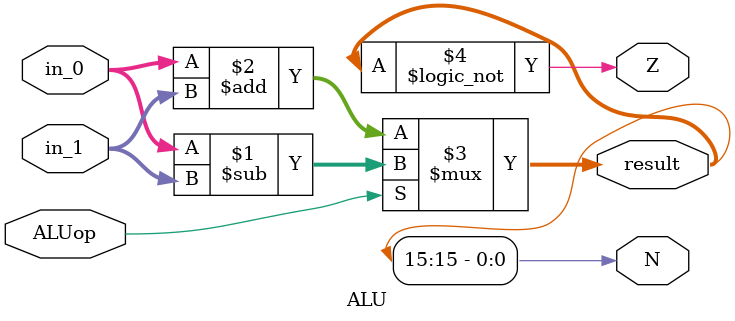
<source format=sv>
module ALU
(
	input [15:0] in_0,
	input [15:0] in_1,
	input ALUop, 
	
	output logic [15:0] result,
	output logic N,
	output logic Z
);

assign result = (ALUop) ? (in_0 - in_1) : (in_0 + in_1);
assign N = result[15];
assign Z = (result == 16'd0);

endmodule
</source>
